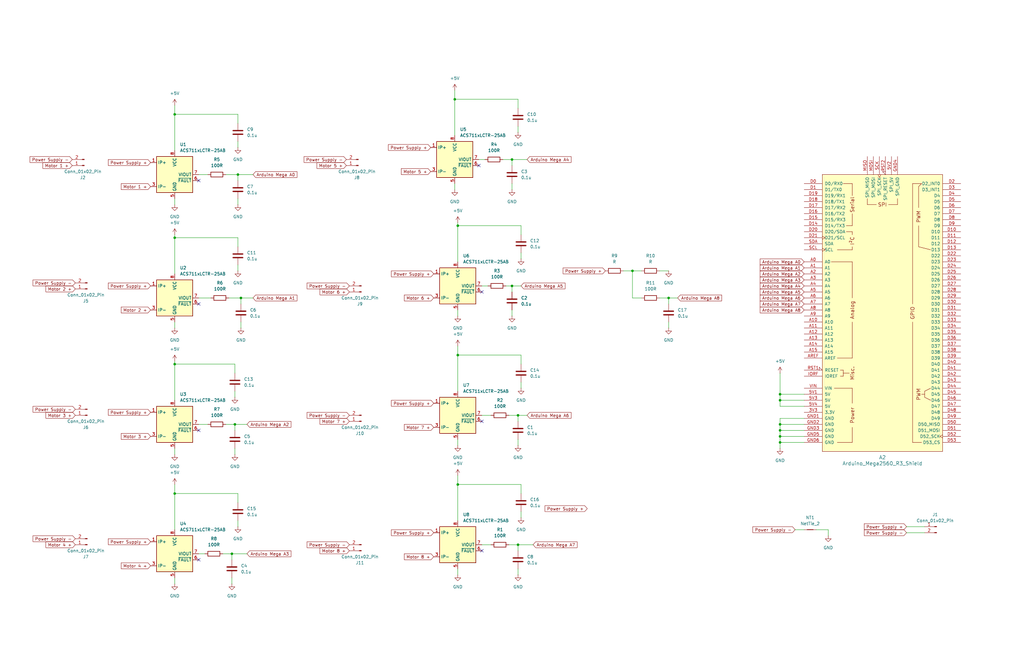
<source format=kicad_sch>
(kicad_sch (version 20231120) (generator "eeschema") (generator_version "8.0")
  (paper "USLedger")
  (lib_symbols
    (symbol "Connector:Conn_01x02_Pin" (pin_names (offset 1.016) hide)
      (property "Reference" "J" (at 0 2.54 0))
      (property "Value" "Conn_01x02_Pin" (at 0 -5.08 0))
      (symbol "Conn_01x02_Pin_1_1"
        (polyline (pts (xy 1.27 -2.54) (xy 0.8636 -2.54)) (stroke (width 0.1524)))
        (polyline (pts (xy 1.27 0) (xy 0.8636 0)) (stroke (width 0.1524)))
        (rectangle (start 0.8636 -2.413) (end 0 -2.667) (stroke (width 0.1524)) (fill (type outline)))
        (rectangle (start 0.8636 0.127) (end 0 -0.127) (stroke (width 0.1524)) (fill (type outline)))
        (pin passive line (at 5.08 0 180) (length 3.81) (name "Pin_1") (number "1"))
        (pin passive line (at 5.08 -2.54 180) (length 3.81) (name "Pin_2") (number "2"))
      )
    )
    (symbol "Device:C" (pin_numbers hide) (pin_names (offset 0.254))
      (property "Reference" "C" (at 0.635 2.54 0))
      (property "Value" "C" (at 0.635 -2.54 0))
      (symbol "C_0_1"
        (polyline (pts (xy -2.032 -0.762) (xy 2.032 -0.762)) (stroke (width 0.508)))
        (polyline (pts (xy -2.032 0.762) (xy 2.032 0.762)) (stroke (width 0.508)))
      )
      (symbol "C_1_1"
        (pin passive line (at 0 3.81 270) (length 2.794) (name "~") (number "1"))
        (pin passive line (at 0 -3.81 90) (length 2.794) (name "~") (number "2"))
      )
    )
    (symbol "Device:NetTie_2" (pin_numbers hide) (pin_names (offset 0) hide) (in_bom no)
      (property "Reference" "NT" (at 0 1.27 0))
      (property "Value" "NetTie_2" (at 0 -1.27 0))
      (symbol "NetTie_2_0_1"
        (polyline (pts (xy -1.27 0) (xy 1.27 0)) (stroke (width 0.254)))
      )
      (symbol "NetTie_2_1_1"
        (pin passive line (at -2.54 0 0) (length 2.54) (name "1") (number "1"))
        (pin passive line (at 2.54 0 180) (length 2.54) (name "2") (number "2"))
      )
    )
    (symbol "Device:R" (pin_numbers hide) (pin_names (offset 0))
      (property "Reference" "R" (at 2.032 0 90))
      (property "Value" "R" (at 0 0 90))
      (symbol "R_0_1"
        (rectangle (start -1.016 -2.54) (end 1.016 2.54) (stroke (width 0.254)))
      )
      (symbol "R_1_1"
        (pin passive line (at 0 3.81 270) (length 1.27) (name "~") (number "1"))
        (pin passive line (at 0 -3.81 90) (length 1.27) (name "~") (number "2"))
      )
    )
    (symbol "Sensor_Current:ACS711xLCTR-25AB"
      (property "Reference" "U" (at 8.89 6.35 0))
      (property "Value" "ACS711xLCTR-25AB" (at 8.89 3.81 0))
      (symbol "ACS711xLCTR-25AB_0_1"
        (rectangle (start -7.62 7.62) (end 7.62 -7.62) (stroke (width 0.254)) (fill (type background)))
      )
      (symbol "ACS711xLCTR-25AB_1_1"
        (pin passive line (at -10.16 5.08 0) (length 2.54) (name "IP+") (number "1"))
        (pin passive line (at -10.16 5.08 0) (length 2.54) hide (name "IP+") (number "2"))
        (pin passive line (at -10.16 -5.08 0) (length 2.54) (name "IP-") (number "3"))
        (pin passive line (at -10.16 -5.08 0) (length 2.54) hide (name "IP-") (number "4"))
        (pin power_in line (at 0 -10.16 90) (length 2.54) (name "GND") (number "5"))
        (pin output line (at 10.16 -2.54 180) (length 2.54) (name "~{FAULT}") (number "6"))
        (pin output line (at 10.16 0 180) (length 2.54) (name "VIOUT") (number "7"))
        (pin power_in line (at 0 10.16 270) (length 2.54) (name "VCC") (number "8"))
      )
    )
    (symbol "arduino-library:Arduino_Mega2560_R3_Shield" (pin_names (offset 1.016))
      (property "Reference" "A" (at 0 -62.23 0))
      (property "Value" "Arduino_Mega2560_R3_Shield" (at 0 -66.04 0))
      (symbol "Arduino_Mega2560_R3_Shield_0_0"
        (rectangle (start -25.4 -58.42) (end 25.4 58.42) (fill (type background)))
        (rectangle (start -20.32 -31.75) (end -12.7 -31.75))
        (rectangle (start -19.05 -54.61) (end -12.7 -54.61))
        (rectangle (start -19.05 -19.05) (end -12.7 -19.05))
        (rectangle (start -19.05 26.67) (end -12.7 26.67))
        (rectangle (start -17.78 -26.67) (end -16.51 -26.67))
        (rectangle (start -17.78 -24.13) (end -16.51 -24.13))
        (rectangle (start -16.51 -25.4) (end -13.97 -25.4))
        (rectangle (start -16.51 -24.13) (end -16.51 -26.67))
        (rectangle (start -16.51 54.61) (end -12.7 54.61))
        (rectangle (start -15.24 34.29) (end -12.7 34.29))
        (rectangle (start -15.24 36.83) (end -12.7 36.83))
        (rectangle (start -12.7 -54.61) (end -12.7 -48.26))
        (rectangle (start -12.7 -31.75) (end -12.7 -38.1))
        (rectangle (start -12.7 26.67) (end -12.7 27.94))
        (rectangle (start -12.7 34.29) (end -12.7 33.02))
        (rectangle (start -12.7 41.91) (end -12.7 36.83))
        (rectangle (start -12.7 49.53) (end -12.7 54.61))
        (rectangle (start -6.35 48.26) (end -6.35 45.72))
        (rectangle (start -2.54 45.72) (end -6.35 45.72))
        (polyline (pts (xy -21.59 21.59) (xy -12.7 21.59)))
        (polyline (pts (xy -12.7 -19.05) (xy -12.7 -3.81)))
        (polyline (pts (xy -12.7 6.35) (xy -12.7 21.59)))
        (polyline (pts (xy 12.7 -54.61) (xy 16.51 -54.61)))
        (polyline (pts (xy 12.7 54.61) (xy 16.51 54.61)))
        (polyline (pts (xy 17.78 -34.29) (xy 16.51 -34.29)))
        (polyline (pts (xy 15.24 36.83) (xy 15.24 27.94) (xy 20.32 26.67)))
        (polyline (pts (xy 15.24 44.45) (xy 15.24 53.34) (xy 16.51 54.61)))
        (polyline (pts (xy 20.32 -31.75) (xy 17.78 -33.02) (xy 17.78 -35.56) (xy 20.32 -36.83)))
        (rectangle (start 6.35 45.72) (end 2.54 45.72))
        (rectangle (start 6.35 48.26) (end 6.35 45.72))
        (text "Analog" (at -12.7 1.27 900) (effects (font (size 1.524 1.524))))
        (text "I²C" (at -12.7 30.48 900) (effects (font (size 1.524 1.524))))
        (text "Misc." (at -12.7 -25.4 900) (effects (font (size 1.524 1.524))))
        (text "Power" (at -12.7 -43.18 900) (effects (font (size 1.524 1.524))))
        (text "PWM" (at 15.24 -34.29 900) (effects (font (size 1.524 1.524))))
        (text "PWM" (at 15.24 40.64 900) (effects (font (size 1.524 1.524))))
        (text "Serial" (at -12.7 45.72 900) (effects (font (size 1.524 1.524))))
        (text "SPI" (at 0 45.72 0) (effects (font (size 1.524 1.524))))
      )
      (symbol "Arduino_Mega2560_R3_Shield_1_0"
        (rectangle (start 12.7 -54.61) (end 12.7 -3.81))
        (rectangle (start 12.7 54.61) (end 12.7 3.81))
        (text "GPIO" (at 12.7 0 900) (effects (font (size 1.524 1.524))))
      )
      (symbol "Arduino_Mega2560_R3_Shield_1_1"
        (pin power_out line (at -33.02 -41.91 0) (length 7.62) (name "3.3V") (number "3V3"))
        (pin power_in line (at -33.02 -34.29 0) (length 7.62) (name "5V") (number "5V1"))
        (pin power_in line (at 3.81 66.04 270) (length 7.62) (name "SPI_5V") (number "5V2"))
        (pin power_in line (at -33.02 -36.83 0) (length 7.62) (name "5V") (number "5V3"))
        (pin power_in line (at -33.02 -39.37 0) (length 7.62) (name "5V") (number "5V4"))
        (pin bidirectional line (at -33.02 21.59 0) (length 7.62) (name "A0") (number "A0"))
        (pin bidirectional line (at -33.02 19.05 0) (length 7.62) (name "A1") (number "A1"))
        (pin bidirectional line (at -33.02 -3.81 0) (length 7.62) (name "A10") (number "A10"))
        (pin bidirectional line (at -33.02 -6.35 0) (length 7.62) (name "A11") (number "A11"))
        (pin bidirectional line (at -33.02 -8.89 0) (length 7.62) (name "A12") (number "A12"))
        (pin bidirectional line (at -33.02 -11.43 0) (length 7.62) (name "A13") (number "A13"))
        (pin bidirectional line (at -33.02 -13.97 0) (length 7.62) (name "A14") (number "A14"))
        (pin bidirectional line (at -33.02 -16.51 0) (length 7.62) (name "A15") (number "A15"))
        (pin bidirectional line (at -33.02 16.51 0) (length 7.62) (name "A2") (number "A2"))
        (pin bidirectional line (at -33.02 13.97 0) (length 7.62) (name "A3") (number "A3"))
        (pin bidirectional line (at -33.02 11.43 0) (length 7.62) (name "A4") (number "A4"))
        (pin bidirectional line (at -33.02 8.89 0) (length 7.62) (name "A5") (number "A5"))
        (pin bidirectional line (at -33.02 6.35 0) (length 7.62) (name "A6") (number "A6"))
        (pin bidirectional line (at -33.02 3.81 0) (length 7.62) (name "A7") (number "A7"))
        (pin bidirectional line (at -33.02 1.27 0) (length 7.62) (name "A8") (number "A8"))
        (pin bidirectional line (at -33.02 -1.27 0) (length 7.62) (name "A9") (number "A9"))
        (pin input line (at -33.02 -19.05 0) (length 7.62) (name "AREF") (number "AREF"))
        (pin bidirectional line (at -33.02 54.61 0) (length 7.62) (name "D0/RX0") (number "D0"))
        (pin bidirectional line (at -33.02 52.07 0) (length 7.62) (name "D1/TX0") (number "D1"))
        (pin bidirectional line (at 33.02 34.29 180) (length 7.62) (name "D10") (number "D10"))
        (pin bidirectional line (at 33.02 31.75 180) (length 7.62) (name "D11") (number "D11"))
        (pin bidirectional line (at 33.02 29.21 180) (length 7.62) (name "D12") (number "D12"))
        (pin bidirectional line (at 33.02 26.67 180) (length 7.62) (name "D13") (number "D13"))
        (pin bidirectional line (at -33.02 36.83 0) (length 7.62) (name "D14/TX3") (number "D14"))
        (pin bidirectional line (at -33.02 39.37 0) (length 7.62) (name "D15/RX3") (number "D15"))
        (pin bidirectional line (at -33.02 41.91 0) (length 7.62) (name "D16/TX2") (number "D16"))
        (pin bidirectional line (at -33.02 44.45 0) (length 7.62) (name "D17/RX2") (number "D17"))
        (pin bidirectional line (at -33.02 46.99 0) (length 7.62) (name "D18/TX1") (number "D18"))
        (pin bidirectional line (at -33.02 49.53 0) (length 7.62) (name "D19/RX1") (number "D19"))
        (pin bidirectional line (at 33.02 54.61 180) (length 7.62) (name "D2_INT0") (number "D2"))
        (pin bidirectional line (at -33.02 34.29 0) (length 7.62) (name "D20/SDA") (number "D20"))
        (pin bidirectional clock (at -33.02 31.75 0) (length 7.62) (name "D21/SCL") (number "D21"))
        (pin bidirectional line (at 33.02 24.13 180) (length 7.62) (name "D22") (number "D22"))
        (pin bidirectional line (at 33.02 21.59 180) (length 7.62) (name "D23") (number "D23"))
        (pin bidirectional line (at 33.02 19.05 180) (length 7.62) (name "D24") (number "D24"))
        (pin bidirectional line (at 33.02 16.51 180) (length 7.62) (name "D25") (number "D25"))
        (pin bidirectional line (at 33.02 13.97 180) (length 7.62) (name "D26") (number "D26"))
        (pin bidirectional line (at 33.02 11.43 180) (length 7.62) (name "D27") (number "D27"))
        (pin bidirectional line (at 33.02 8.89 180) (length 7.62) (name "D28") (number "D28"))
        (pin bidirectional line (at 33.02 6.35 180) (length 7.62) (name "D29") (number "D29"))
        (pin bidirectional line (at 33.02 52.07 180) (length 7.62) (name "D3_INT1") (number "D3"))
        (pin bidirectional line (at 33.02 3.81 180) (length 7.62) (name "D30") (number "D30"))
        (pin bidirectional line (at 33.02 1.27 180) (length 7.62) (name "D31") (number "D31"))
        (pin bidirectional line (at 33.02 -1.27 180) (length 7.62) (name "D32") (number "D32"))
        (pin bidirectional line (at 33.02 -3.81 180) (length 7.62) (name "D33") (number "D33"))
        (pin bidirectional line (at 33.02 -6.35 180) (length 7.62) (name "D34") (number "D34"))
        (pin bidirectional line (at 33.02 -8.89 180) (length 7.62) (name "D35") (number "D35"))
        (pin bidirectional line (at 33.02 -11.43 180) (length 7.62) (name "D36") (number "D36"))
        (pin bidirectional line (at 33.02 -13.97 180) (length 7.62) (name "D37") (number "D37"))
        (pin bidirectional line (at 33.02 -16.51 180) (length 7.62) (name "D38") (number "D38"))
        (pin bidirectional line (at 33.02 -19.05 180) (length 7.62) (name "D39") (number "D39"))
        (pin bidirectional line (at 33.02 49.53 180) (length 7.62) (name "D4") (number "D4"))
        (pin bidirectional line (at 33.02 -21.59 180) (length 7.62) (name "D40") (number "D40"))
        (pin bidirectional line (at 33.02 -24.13 180) (length 7.62) (name "D41") (number "D41"))
        (pin bidirectional line (at 33.02 -26.67 180) (length 7.62) (name "D42") (number "D42"))
        (pin bidirectional line (at 33.02 -29.21 180) (length 7.62) (name "D43") (number "D43"))
        (pin bidirectional line (at 33.02 -31.75 180) (length 7.62) (name "D44") (number "D44"))
        (pin bidirectional line (at 33.02 -34.29 180) (length 7.62) (name "D45") (number "D45"))
        (pin bidirectional line (at 33.02 -36.83 180) (length 7.62) (name "D46") (number "D46"))
        (pin bidirectional line (at 33.02 -39.37 180) (length 7.62) (name "D47") (number "D47"))
        (pin bidirectional line (at 33.02 -41.91 180) (length 7.62) (name "D48") (number "D48"))
        (pin bidirectional line (at 33.02 -44.45 180) (length 7.62) (name "D49") (number "D49"))
        (pin bidirectional line (at 33.02 46.99 180) (length 7.62) (name "D5") (number "D5"))
        (pin bidirectional line (at 33.02 -46.99 180) (length 7.62) (name "D50_MISO") (number "D50"))
        (pin bidirectional line (at 33.02 -49.53 180) (length 7.62) (name "D51_MOSI") (number "D51"))
        (pin bidirectional clock (at 33.02 -52.07 180) (length 7.62) (name "D52_SCK") (number "D52"))
        (pin bidirectional line (at 33.02 -54.61 180) (length 7.62) (name "D53_CS") (number "D53"))
        (pin bidirectional line (at 33.02 44.45 180) (length 7.62) (name "D6") (number "D6"))
        (pin bidirectional line (at 33.02 41.91 180) (length 7.62) (name "D7") (number "D7"))
        (pin bidirectional line (at 33.02 39.37 180) (length 7.62) (name "D8") (number "D8"))
        (pin bidirectional line (at 33.02 36.83 180) (length 7.62) (name "D9") (number "D9"))
        (pin power_in line (at -33.02 -44.45 0) (length 7.62) (name "GND") (number "GND1"))
        (pin power_in line (at -33.02 -46.99 0) (length 7.62) (name "GND") (number "GND2"))
        (pin power_in line (at -33.02 -49.53 0) (length 7.62) (name "GND") (number "GND3"))
        (pin power_in line (at 6.35 66.04 270) (length 7.62) (name "SPI_GND") (number "GND4"))
        (pin power_in line (at -33.02 -52.07 0) (length 7.62) (name "GND") (number "GND5"))
        (pin power_in line (at -33.02 -54.61 0) (length 7.62) (name "GND") (number "GND6"))
        (pin output line (at -33.02 -26.67 0) (length 7.62) (name "IOREF") (number "IORF"))
        (pin input line (at -6.35 66.04 270) (length 7.62) (name "SPI_MISO") (number "MISO"))
        (pin output line (at -3.81 66.04 270) (length 7.62) (name "SPI_MOSI") (number "MOSI"))
        (pin open_collector input_low (at -33.02 -24.13 0) (length 7.62) (name "RESET") (number "RST1"))
        (pin open_collector input_low (at 1.27 66.04 270) (length 7.62) (name "SPI_RESET") (number "RST2"))
        (pin output clock (at -1.27 66.04 270) (length 7.62) (name "SPI_SCK") (number "SCK"))
        (pin bidirectional clock (at -33.02 26.67 0) (length 7.62) (name "SCL") (number "SCL"))
        (pin bidirectional line (at -33.02 29.21 0) (length 7.62) (name "SDA") (number "SDA"))
        (pin power_in line (at -33.02 -31.75 0) (length 7.62) (name "VIN") (number "VIN"))
      )
    )
    (symbol "power:+5V" (power) (pin_numbers hide) (pin_names (offset 0) hide)
      (property "Value" "+5V" (at 0 3.556 0))
      (symbol "+5V_0_1"
        (polyline (pts (xy -0.762 1.27) (xy 0 2.54)))
        (polyline (pts (xy 0 0) (xy 0 2.54)))
        (polyline (pts (xy 0 2.54) (xy 0.762 1.27)))
      )
      (symbol "+5V_1_1"
        (pin power_in line (at 0 0 90) (length 0) (name "~") (number "1"))
      )
    )
    (symbol "power:GND" (power) (pin_numbers hide) (pin_names (offset 0) hide)
      (property "Value" "GND" (at 0 -3.81 0))
      (symbol "GND_0_1"
        (polyline (pts (xy 0 0) (xy 0 -1.27) (xy 1.27 -1.27) (xy 0 -2.54) (xy -1.27 -1.27) (xy 0 -1.27)))
      )
      (symbol "GND_1_1"
        (pin power_in line (at 0 0 270) (length 0) (name "~") (number "1"))
      )
    )
  )
  (junction (at 73.66 208.28))
  (junction (at 100.33 73.66))
  (junction (at 73.66 153.67))
  (junction (at 73.66 48.26))
  (junction (at 101.6 125.73))
  (junction (at 328.93 186.69))
  (junction (at 99.06 179.07))
  (junction (at 266.7 114.3))
  (junction (at 73.66 100.33))
  (junction (at 328.93 181.61))
  (junction (at 215.9 67.31))
  (junction (at 193.04 149.86))
  (junction (at 215.9 120.65))
  (junction (at 193.04 95.25))
  (junction (at 328.93 168.91))
  (junction (at 328.93 184.15))
  (junction (at 281.94 125.73))
  (junction (at 97.79 233.68))
  (junction (at 193.04 204.47))
  (junction (at 191.77 41.91))
  (junction (at 218.44 175.26))
  (junction (at 328.93 179.07))
  (junction (at 218.44 229.87))
  (junction (at 328.93 166.37))
  (no_connect (at 203.2 123.19))
  (no_connect (at 203.2 232.41))
  (no_connect (at 83.82 128.27))
  (no_connect (at 83.82 181.61))
  (no_connect (at 201.93 69.85))
  (no_connect (at 83.82 76.2))
  (no_connect (at 83.82 236.22))
  (no_connect (at 203.2 177.8))
  (wire (pts (xy 219.71 99.06) (xy 219.71 95.25)))
  (wire (pts (xy 73.66 208.28) (xy 73.66 223.52)))
  (wire (pts (xy 219.71 149.86) (xy 193.04 149.86)))
  (wire (pts (xy 191.77 38.1) (xy 191.77 41.91)))
  (wire (pts (xy 224.79 229.87) (xy 218.44 229.87)))
  (wire (pts (xy 219.71 215.9) (xy 219.71 218.44)))
  (wire (pts (xy 73.66 189.23) (xy 73.66 191.77)))
  (wire (pts (xy 100.33 104.14) (xy 100.33 100.33)))
  (wire (pts (xy 215.9 77.47) (xy 215.9 80.01)))
  (wire (pts (xy 203.2 120.65) (xy 205.74 120.65)))
  (wire (pts (xy 389.89 224.79) (xy 382.27 224.79)))
  (wire (pts (xy 99.06 165.1) (xy 99.06 167.64)))
  (wire (pts (xy 73.66 83.82) (xy 73.66 86.36)))
  (wire (pts (xy 218.44 175.26) (xy 222.25 175.26)))
  (wire (pts (xy 83.82 233.68) (xy 86.36 233.68)))
  (wire (pts (xy 73.66 153.67) (xy 73.66 168.91)))
  (wire (pts (xy 266.7 114.3) (xy 270.51 114.3)))
  (wire (pts (xy 97.79 243.84) (xy 97.79 246.38)))
  (wire (pts (xy 100.33 100.33) (xy 73.66 100.33)))
  (wire (pts (xy 281.94 135.89) (xy 281.94 138.43)))
  (wire (pts (xy 191.77 41.91) (xy 191.77 57.15)))
  (wire (pts (xy 266.7 125.73) (xy 266.7 114.3)))
  (wire (pts (xy 73.66 48.26) (xy 73.66 63.5)))
  (wire (pts (xy 219.71 95.25) (xy 193.04 95.25)))
  (wire (pts (xy 218.44 177.8) (xy 218.44 175.26)))
  (wire (pts (xy 73.66 135.89) (xy 73.66 138.43)))
  (wire (pts (xy 207.01 229.87) (xy 203.2 229.87)))
  (wire (pts (xy 203.2 175.26) (xy 207.01 175.26)))
  (wire (pts (xy 193.04 130.81) (xy 193.04 133.35)))
  (wire (pts (xy 214.63 175.26) (xy 218.44 175.26)))
  (wire (pts (xy 328.93 184.15) (xy 339.09 184.15)))
  (wire (pts (xy 389.89 222.25) (xy 382.27 222.25)))
  (wire (pts (xy 193.04 93.98) (xy 193.04 95.25)))
  (wire (pts (xy 100.33 111.76) (xy 100.33 114.3)))
  (wire (pts (xy 106.68 125.73) (xy 101.6 125.73)))
  (wire (pts (xy 100.33 52.07) (xy 100.33 48.26)))
  (wire (pts (xy 193.04 240.03) (xy 193.04 242.57)))
  (wire (pts (xy 270.51 125.73) (xy 266.7 125.73)))
  (wire (pts (xy 73.66 204.47) (xy 73.66 208.28)))
  (wire (pts (xy 219.71 161.29) (xy 219.71 163.83)))
  (wire (pts (xy 96.52 125.73) (xy 101.6 125.73)))
  (wire (pts (xy 193.04 95.25) (xy 193.04 110.49)))
  (wire (pts (xy 73.66 100.33) (xy 73.66 115.57)))
  (wire (pts (xy 100.33 48.26) (xy 73.66 48.26)))
  (wire (pts (xy 349.25 223.52) (xy 349.25 226.06)))
  (wire (pts (xy 201.93 67.31) (xy 204.47 67.31)))
  (wire (pts (xy 99.06 189.23) (xy 99.06 191.77)))
  (wire (pts (xy 191.77 41.91) (xy 218.44 41.91)))
  (wire (pts (xy 328.93 179.07) (xy 328.93 181.61)))
  (wire (pts (xy 328.93 171.45) (xy 339.09 171.45)))
  (wire (pts (xy 73.66 44.45) (xy 73.66 48.26)))
  (wire (pts (xy 219.71 208.28) (xy 219.71 204.47)))
  (wire (pts (xy 193.04 146.05) (xy 193.04 149.86)))
  (wire (pts (xy 73.66 152.4) (xy 73.66 153.67)))
  (wire (pts (xy 193.04 204.47) (xy 193.04 219.71)))
  (wire (pts (xy 215.9 130.81) (xy 215.9 133.35)))
  (wire (pts (xy 212.09 67.31) (xy 215.9 67.31)))
  (wire (pts (xy 328.93 181.61) (xy 339.09 181.61)))
  (wire (pts (xy 73.66 99.06) (xy 73.66 100.33)))
  (wire (pts (xy 99.06 157.48) (xy 99.06 153.67)))
  (wire (pts (xy 278.13 114.3) (xy 281.94 114.3)))
  (wire (pts (xy 93.98 233.68) (xy 97.79 233.68)))
  (wire (pts (xy 104.14 233.68) (xy 97.79 233.68)))
  (wire (pts (xy 213.36 120.65) (xy 215.9 120.65)))
  (wire (pts (xy 101.6 128.27) (xy 101.6 125.73)))
  (wire (pts (xy 73.66 243.84) (xy 73.66 246.38)))
  (wire (pts (xy 218.44 185.42) (xy 218.44 187.96)))
  (wire (pts (xy 218.44 45.72) (xy 218.44 41.91)))
  (wire (pts (xy 328.93 184.15) (xy 328.93 186.69)))
  (wire (pts (xy 328.93 157.48) (xy 328.93 166.37)))
  (wire (pts (xy 214.63 229.87) (xy 218.44 229.87)))
  (wire (pts (xy 99.06 153.67) (xy 73.66 153.67)))
  (wire (pts (xy 95.25 73.66) (xy 100.33 73.66)))
  (wire (pts (xy 95.25 179.07) (xy 99.06 179.07)))
  (wire (pts (xy 349.25 223.52) (xy 344.17 223.52)))
  (wire (pts (xy 222.25 67.31) (xy 215.9 67.31)))
  (wire (pts (xy 106.68 73.66) (xy 100.33 73.66)))
  (wire (pts (xy 328.93 186.69) (xy 339.09 186.69)))
  (wire (pts (xy 100.33 219.71) (xy 100.33 222.25)))
  (wire (pts (xy 215.9 69.85) (xy 215.9 67.31)))
  (wire (pts (xy 218.44 240.03) (xy 218.44 242.57)))
  (wire (pts (xy 83.82 125.73) (xy 88.9 125.73)))
  (wire (pts (xy 219.71 106.68) (xy 219.71 109.22)))
  (wire (pts (xy 218.44 53.34) (xy 218.44 55.88)))
  (wire (pts (xy 219.71 120.65) (xy 215.9 120.65)))
  (wire (pts (xy 101.6 135.89) (xy 101.6 138.43)))
  (wire (pts (xy 328.93 181.61) (xy 328.93 184.15)))
  (wire (pts (xy 281.94 125.73) (xy 285.75 125.73)))
  (wire (pts (xy 191.77 77.47) (xy 191.77 80.01)))
  (wire (pts (xy 100.33 59.69) (xy 100.33 62.23)))
  (wire (pts (xy 335.28 223.52) (xy 339.09 223.52)))
  (wire (pts (xy 193.04 149.86) (xy 193.04 165.1)))
  (wire (pts (xy 193.04 185.42) (xy 193.04 187.96)))
  (wire (pts (xy 193.04 200.66) (xy 193.04 204.47)))
  (wire (pts (xy 281.94 128.27) (xy 281.94 125.73)))
  (wire (pts (xy 215.9 123.19) (xy 215.9 120.65)))
  (wire (pts (xy 219.71 204.47) (xy 193.04 204.47)))
  (wire (pts (xy 100.33 76.2) (xy 100.33 73.66)))
  (wire (pts (xy 328.93 176.53) (xy 339.09 176.53)))
  (wire (pts (xy 328.93 168.91) (xy 339.09 168.91)))
  (wire (pts (xy 278.13 125.73) (xy 281.94 125.73)))
  (wire (pts (xy 99.06 181.61) (xy 99.06 179.07)))
  (wire (pts (xy 83.82 179.07) (xy 87.63 179.07)))
  (wire (pts (xy 328.93 168.91) (xy 328.93 171.45)))
  (wire (pts (xy 328.93 176.53) (xy 328.93 179.07)))
  (wire (pts (xy 218.44 232.41) (xy 218.44 229.87)))
  (wire (pts (xy 328.93 166.37) (xy 328.93 168.91)))
  (wire (pts (xy 219.71 153.67) (xy 219.71 149.86)))
  (wire (pts (xy 100.33 83.82) (xy 100.33 86.36)))
  (wire (pts (xy 104.14 179.07) (xy 99.06 179.07)))
  (wire (pts (xy 97.79 236.22) (xy 97.79 233.68)))
  (wire (pts (xy 328.93 186.69) (xy 328.93 189.23)))
  (wire (pts (xy 100.33 212.09) (xy 100.33 208.28)))
  (wire (pts (xy 83.82 73.66) (xy 87.63 73.66)))
  (wire (pts (xy 328.93 179.07) (xy 339.09 179.07)))
  (wire (pts (xy 262.89 114.3) (xy 266.7 114.3)))
  (wire (pts (xy 100.33 208.28) (xy 73.66 208.28)))
  (wire (pts (xy 328.93 166.37) (xy 339.09 166.37)))
  (global_label "Motor 6 +" (shape input) (at 182.88 125.73 180) (property "Intersheetrefs" "${INTERSHEET_REFS}" (effects (hide yes))))
  (global_label "Arduino Mega A3" (shape input) (at 104.14 233.68 0) (property "Intersheetrefs" "${INTERSHEET_REFS}" (effects (hide yes))))
  (global_label "Power Supply -" (shape input) (at 382.27 224.79 180) (property "Intersheetrefs" "${INTERSHEET_REFS}" (effects (hide yes))))
  (global_label "Arduino Mega A7" (shape input) (at 224.79 229.87 0) (property "Intersheetrefs" "${INTERSHEET_REFS}" (effects (hide yes))))
  (global_label "Power Supply +" (shape input) (at 247.65 214.63 180) (property "Intersheetrefs" "${INTERSHEET_REFS}" (effects (hide yes))))
  (global_label "Arduino Mega A1" (shape input) (at 339.09 113.03 180) (property "Intersheetrefs" "${INTERSHEET_REFS}" (effects (hide yes))))
  (global_label "Motor 5 +" (shape input) (at 146.05 69.85 180) (property "Intersheetrefs" "${INTERSHEET_REFS}" (effects (hide yes))))
  (global_label "Arduino Mega A6" (shape input) (at 339.09 125.73 180) (property "Intersheetrefs" "${INTERSHEET_REFS}" (effects (hide yes))))
  (global_label "Power Supply -" (shape input) (at 31.75 172.72 180) (property "Intersheetrefs" "${INTERSHEET_REFS}" (effects (hide yes))))
  (global_label "Arduino Mega A8" (shape input) (at 285.75 125.73 0) (property "Intersheetrefs" "${INTERSHEET_REFS}" (effects (hide yes))))
  (global_label "Power Supply +" (shape input) (at 181.61 62.23 180) (property "Intersheetrefs" "${INTERSHEET_REFS}" (effects (hide yes))))
  (global_label "Arduino Mega A5" (shape input) (at 219.71 120.65 0) (property "Intersheetrefs" "${INTERSHEET_REFS}" (effects (hide yes))))
  (global_label "Arduino Mega A0" (shape input) (at 106.68 73.66 0) (property "Intersheetrefs" "${INTERSHEET_REFS}" (effects (hide yes))))
  (global_label "Arduino Mega A2" (shape input) (at 339.09 115.57 180) (property "Intersheetrefs" "${INTERSHEET_REFS}" (effects (hide yes))))
  (global_label "Power Supply -" (shape input) (at 335.28 223.52 180) (property "Intersheetrefs" "${INTERSHEET_REFS}" (effects (hide yes))))
  (global_label "Power Supply +" (shape input) (at 63.5 228.6 180) (property "Intersheetrefs" "${INTERSHEET_REFS}" (effects (hide yes))))
  (global_label "Power Supply +" (shape input) (at 63.5 173.99 180) (property "Intersheetrefs" "${INTERSHEET_REFS}" (effects (hide yes))))
  (global_label "Power Supply -" (shape input) (at 147.32 229.87 180) (property "Intersheetrefs" "${INTERSHEET_REFS}" (effects (hide yes))))
  (global_label "Arduino Mega A2" (shape input) (at 104.14 179.07 0) (property "Intersheetrefs" "${INTERSHEET_REFS}" (effects (hide yes))))
  (global_label "Motor 3 +" (shape input) (at 63.5 184.15 180) (property "Intersheetrefs" "${INTERSHEET_REFS}" (effects (hide yes))))
  (global_label "Arduino Mega A4" (shape input) (at 339.09 120.65 180) (property "Intersheetrefs" "${INTERSHEET_REFS}" (effects (hide yes))))
  (global_label "Arduino Mega A8" (shape input) (at 339.09 130.81 180) (property "Intersheetrefs" "${INTERSHEET_REFS}" (effects (hide yes))))
  (global_label "Power Supply -" (shape input) (at 31.75 227.33 180) (property "Intersheetrefs" "${INTERSHEET_REFS}" (effects (hide yes))))
  (global_label "Power Supply +" (shape input) (at 255.27 114.3 180) (property "Intersheetrefs" "${INTERSHEET_REFS}" (effects (hide yes))))
  (global_label "Power Supply -" (shape input) (at 146.05 67.31 180) (property "Intersheetrefs" "${INTERSHEET_REFS}" (effects (hide yes))))
  (global_label "Power Supply +" (shape input) (at 63.5 68.58 180) (property "Intersheetrefs" "${INTERSHEET_REFS}" (effects (hide yes))))
  (global_label "Power Supply +" (shape input) (at 182.88 170.18 180) (property "Intersheetrefs" "${INTERSHEET_REFS}" (effects (hide yes))))
  (global_label "Power Supply +" (shape input) (at 182.88 224.79 180) (property "Intersheetrefs" "${INTERSHEET_REFS}" (effects (hide yes))))
  (global_label "Power Supply -" (shape input) (at 147.32 120.65 180) (property "Intersheetrefs" "${INTERSHEET_REFS}" (effects (hide yes))))
  (global_label "Motor 4 +" (shape input) (at 31.75 229.87 180) (property "Intersheetrefs" "${INTERSHEET_REFS}" (effects (hide yes))))
  (global_label "Motor 2 +" (shape input) (at 63.5 130.81 180) (property "Intersheetrefs" "${INTERSHEET_REFS}" (effects (hide yes))))
  (global_label "Arduino Mega A3" (shape input) (at 339.09 118.11 180) (property "Intersheetrefs" "${INTERSHEET_REFS}" (effects (hide yes))))
  (global_label "Arduino Mega A1" (shape input) (at 106.68 125.73 0) (property "Intersheetrefs" "${INTERSHEET_REFS}" (effects (hide yes))))
  (global_label "Motor 1 +" (shape input) (at 63.5 78.74 180) (property "Intersheetrefs" "${INTERSHEET_REFS}" (effects (hide yes))))
  (global_label "Arduino Mega A6" (shape input) (at 222.25 175.26 0) (property "Intersheetrefs" "${INTERSHEET_REFS}" (effects (hide yes))))
  (global_label "Arduino Mega A7" (shape input) (at 339.09 128.27 180) (property "Intersheetrefs" "${INTERSHEET_REFS}" (effects (hide yes))))
  (global_label "Motor 2 +" (shape input) (at 31.75 121.92 180) (property "Intersheetrefs" "${INTERSHEET_REFS}" (effects (hide yes))))
  (global_label "Motor 8 +" (shape input) (at 147.32 232.41 180) (property "Intersheetrefs" "${INTERSHEET_REFS}" (effects (hide yes))))
  (global_label "Arduino Mega A0" (shape input) (at 339.09 110.49 180) (property "Intersheetrefs" "${INTERSHEET_REFS}" (effects (hide yes))))
  (global_label "Motor 5 +" (shape input) (at 181.61 72.39 180) (property "Intersheetrefs" "${INTERSHEET_REFS}" (effects (hide yes))))
  (global_label "Power Supply -" (shape input) (at 30.48 67.31 180) (property "Intersheetrefs" "${INTERSHEET_REFS}" (effects (hide yes))))
  (global_label "Arduino Mega A5" (shape input) (at 339.09 123.19 180) (property "Intersheetrefs" "${INTERSHEET_REFS}" (effects (hide yes))))
  (global_label "Power Supply -" (shape input) (at 147.32 175.26 180) (property "Intersheetrefs" "${INTERSHEET_REFS}" (effects (hide yes))))
  (global_label "Motor 7 +" (shape input) (at 147.32 177.8 180) (property "Intersheetrefs" "${INTERSHEET_REFS}" (effects (hide yes))))
  (global_label "Motor 4 +" (shape input) (at 63.5 238.76 180) (property "Intersheetrefs" "${INTERSHEET_REFS}" (effects (hide yes))))
  (global_label "Motor 1 +" (shape input) (at 30.48 69.85 180) (property "Intersheetrefs" "${INTERSHEET_REFS}" (effects (hide yes))))
  (global_label "Motor 7 +" (shape input) (at 182.88 180.34 180) (property "Intersheetrefs" "${INTERSHEET_REFS}" (effects (hide yes))))
  (global_label "Motor 8 +" (shape input) (at 182.88 234.95 180) (property "Intersheetrefs" "${INTERSHEET_REFS}" (effects (hide yes))))
  (global_label "Power Supply +" (shape input) (at 382.27 222.25 180) (property "Intersheetrefs" "${INTERSHEET_REFS}" (effects (hide yes))))
  (global_label "Motor 3 +" (shape input) (at 31.75 175.26 180) (property "Intersheetrefs" "${INTERSHEET_REFS}" (effects (hide yes))))
  (global_label "Power Supply +" (shape input) (at 182.88 115.57 180) (property "Intersheetrefs" "${INTERSHEET_REFS}" (effects (hide yes))))
  (global_label "Power Supply -" (shape input) (at 31.75 119.38 180) (property "Intersheetrefs" "${INTERSHEET_REFS}" (effects (hide yes))))
  (global_label "Arduino Mega A4" (shape input) (at 222.25 67.31 0) (property "Intersheetrefs" "${INTERSHEET_REFS}" (effects (hide yes))))
  (global_label "Power Supply +" (shape input) (at 63.5 120.65 180) (property "Intersheetrefs" "${INTERSHEET_REFS}" (effects (hide yes))))
  (global_label "Motor 6 +" (shape input) (at 147.32 123.19 180) (property "Intersheetrefs" "${INTERSHEET_REFS}" (effects (hide yes))))
  (symbol (lib_id "Device:R") (at 209.55 120.65 90) (unit 1)
    (property "Reference" "R3" (at 209.55 114.3 90))
    (property "Value" "100R" (at 209.55 116.84 90))
    (property "Footprint" "Resistor_SMD:R_0603_1608Metric" (effects (hide yes)))
    (property "Description" "Resistor" (effects (hide yes)))
  )
  (symbol (lib_id "power:GND") (at 100.33 222.25 0) (unit 1)
    (property "Reference" "#PWR034" (effects (hide yes)))
    (property "Value" "GND" (at 100.33 227.33 0))
    (property "Description" "Power symbol creates a global label with name \"GND\" , ground" (effects (hide yes)))
  )
  (symbol (lib_id "power:GND") (at 97.79 246.38 0) (unit 1)
    (property "Reference" "#PWR012" (effects (hide yes)))
    (property "Value" "GND" (at 97.79 251.46 0))
    (property "Description" "Power symbol creates a global label with name \"GND\" , ground" (effects (hide yes)))
  )
  (symbol (lib_id "power:GND") (at 219.71 218.44 0) (unit 1)
    (property "Reference" "#PWR035" (effects (hide yes)))
    (property "Value" "GND" (at 219.71 223.52 0))
    (property "Description" "Power symbol creates a global label with name \"GND\" , ground" (effects (hide yes)))
  )
  (symbol (lib_id "power:GND") (at 219.71 109.22 0) (unit 1)
    (property "Reference" "#PWR031" (effects (hide yes)))
    (property "Value" "GND" (at 219.71 114.3 0))
    (property "Description" "Power symbol creates a global label with name \"GND\" , ground" (effects (hide yes)))
  )
  (symbol (lib_id "power:GND") (at 100.33 114.3 0) (unit 1)
    (property "Reference" "#PWR030" (effects (hide yes)))
    (property "Value" "GND" (at 100.33 119.38 0))
    (property "Description" "Power symbol creates a global label with name \"GND\" , ground" (effects (hide yes)))
  )
  (symbol (lib_id "power:GND") (at 73.66 191.77 0) (unit 1)
    (property "Reference" "#PWR03" (effects (hide yes)))
    (property "Value" "GND" (at 73.66 196.85 0))
    (property "Description" "Power symbol creates a global label with name \"GND\" , ground" (effects (hide yes)))
  )
  (symbol (lib_id "power:+5V") (at 73.66 204.47 0) (unit 1)
    (property "Reference" "#PWR017" (effects (hide yes)))
    (property "Value" "+5V" (at 73.66 199.39 0))
    (property "Description" "Power symbol creates a global label with name \"+5V\"" (effects (hide yes)))
  )
  (symbol (lib_id "Device:R") (at 259.08 114.3 90) (unit 1)
    (property "Reference" "R9" (at 259.08 107.95 90))
    (property "Value" "R" (at 259.08 110.49 90))
    (property "Footprint" "Resistor_THT:R_Axial_DIN0309_L9.0mm_D3.2mm_P12.70mm_Horizontal" (effects (hide yes)))
    (property "Description" "Resistor" (effects (hide yes)))
  )
  (symbol (lib_id "Device:R") (at 90.17 233.68 90) (unit 1)
    (property "Reference" "R8" (at 90.17 227.33 90))
    (property "Value" "100R" (at 90.17 229.87 90))
    (property "Footprint" "Resistor_SMD:R_0603_1608Metric" (effects (hide yes)))
    (property "Description" "Resistor" (effects (hide yes)))
  )
  (symbol (lib_id "power:GND") (at 328.93 189.23 0) (unit 1)
    (property "Reference" "#PWR026" (effects (hide yes)))
    (property "Value" "GND" (at 328.93 194.31 0))
    (property "Description" "Power symbol creates a global label with name \"GND\" , ground" (effects (hide yes)))
  )
  (symbol (lib_id "Connector:Conn_01x02_Pin") (at 152.4 177.8 180) (unit 1)
    (property "Reference" "J10" (at 151.765 182.88 0))
    (property "Value" "Conn_01x02_Pin" (at 151.765 180.34 0))
    (property "Footprint" "Connector_AMASS:AMASS_XT60-M_1x02_P7.20mm_Vertical" (effects (hide yes)))
    (property "Description" "Generic connector, single row, 01x02, script generated" (effects (hide yes)))
  )
  (symbol (lib_id "Sensor_Current:ACS711xLCTR-25AB") (at 73.66 179.07 0) (unit 1)
    (property "Reference" "U3" (at 75.8541 166.37 0) (effects (justify left)))
    (property "Value" "ACS711xLCTR-25AB" (at 75.8541 168.91 0) (effects (justify left)))
    (property "Footprint" "Package_SO:SOIC-8_3.9x4.9mm_P1.27mm" (effects (hide yes)))
    (property "Datasheet" "http://www.allegromicro.com/~/Media/Files/Datasheets/ACS711-Datasheet.ashx" (effects (hide yes)))
    (property "Description" "±25A, Bidirectional, Hall-Effect Current Sensor, +3.3V supply, 55mV/A, SOIC-8" (effects (hide yes)))
  )
  (symbol (lib_id "Device:C") (at 219.71 102.87 0) (unit 1)
    (property "Reference" "C12" (at 223.52 101.5999 0) (effects (justify left)))
    (property "Value" "0.1u" (at 223.52 104.1399 0) (effects (justify left)))
    (property "Footprint" "Capacitor_SMD:C_0603_1608Metric" (effects (hide yes)))
    (property "Description" "Unpolarized capacitor" (effects (hide yes)))
  )
  (symbol (lib_id "power:GND") (at 193.04 133.35 0) (unit 1)
    (property "Reference" "#PWR08" (effects (hide yes)))
    (property "Value" "GND" (at 193.04 138.43 0))
    (property "Description" "Power symbol creates a global label with name \"GND\" , ground" (effects (hide yes)))
  )
  (symbol (lib_id "Device:C") (at 219.71 212.09 0) (unit 1)
    (property "Reference" "C16" (at 223.52 210.8199 0) (effects (justify left)))
    (property "Value" "0.1u" (at 223.52 213.3599 0) (effects (justify left)))
    (property "Footprint" "Capacitor_SMD:C_0603_1608Metric" (effects (hide yes)))
    (property "Description" "Unpolarized capacitor" (effects (hide yes)))
  )
  (symbol (lib_id "power:+5V") (at 193.04 200.66 0) (unit 1)
    (property "Reference" "#PWR024" (effects (hide yes)))
    (property "Value" "+5V" (at 193.04 195.58 0))
    (property "Description" "Power symbol creates a global label with name \"+5V\"" (effects (hide yes)))
  )
  (symbol (lib_id "power:+5V") (at 73.66 44.45 0) (unit 1)
    (property "Reference" "#PWR020" (effects (hide yes)))
    (property "Value" "+5V" (at 73.66 39.37 0))
    (property "Description" "Power symbol creates a global label with name \"+5V\"" (effects (hide yes)))
  )
  (symbol (lib_id "Device:C") (at 100.33 107.95 0) (unit 1)
    (property "Reference" "C11" (at 104.14 106.6799 0) (effects (justify left)))
    (property "Value" "0.1u" (at 104.14 109.2199 0) (effects (justify left)))
    (property "Footprint" "Capacitor_SMD:C_0603_1608Metric" (effects (hide yes)))
    (property "Description" "Unpolarized capacitor" (effects (hide yes)))
  )
  (symbol (lib_id "power:+5V") (at 73.66 99.06 0) (unit 1)
    (property "Reference" "#PWR019" (effects (hide yes)))
    (property "Value" "+5V" (at 73.66 93.98 0))
    (property "Description" "Power symbol creates a global label with name \"+5V\"" (effects (hide yes)))
  )
  (symbol (lib_id "Sensor_Current:ACS711xLCTR-25AB") (at 193.04 175.26 0) (unit 1)
    (property "Reference" "U7" (at 195.2341 162.56 0) (effects (justify left)))
    (property "Value" "ACS711xLCTR-25AB" (at 195.2341 165.1 0) (effects (justify left)))
    (property "Footprint" "Package_SO:SOIC-8_3.9x4.9mm_P1.27mm" (effects (hide yes)))
    (property "Datasheet" "http://www.allegromicro.com/~/Media/Files/Datasheets/ACS711-Datasheet.ashx" (effects (hide yes)))
    (property "Description" "±25A, Bidirectional, Hall-Effect Current Sensor, +3.3V supply, 55mV/A, SOIC-8" (effects (hide yes)))
  )
  (symbol (lib_id "power:GND") (at 218.44 55.88 0) (unit 1)
    (property "Reference" "#PWR029" (effects (hide yes)))
    (property "Value" "GND" (at 218.44 60.96 0))
    (property "Description" "Power symbol creates a global label with name \"GND\" , ground" (effects (hide yes)))
  )
  (symbol (lib_id "Sensor_Current:ACS711xLCTR-25AB") (at 73.66 73.66 0) (unit 1)
    (property "Reference" "U1" (at 75.8541 60.96 0) (effects (justify left)))
    (property "Value" "ACS711xLCTR-25AB" (at 75.8541 63.5 0) (effects (justify left)))
    (property "Footprint" "Package_SO:SOIC-8_3.9x4.9mm_P1.27mm" (effects (hide yes)))
    (property "Datasheet" "http://www.allegromicro.com/~/Media/Files/Datasheets/ACS711-Datasheet.ashx" (effects (hide yes)))
    (property "Description" "±25A, Bidirectional, Hall-Effect Current Sensor, +3.3V supply, 55mV/A, SOIC-8" (effects (hide yes)))
  )
  (symbol (lib_id "power:GND") (at 73.66 246.38 0) (unit 1)
    (property "Reference" "#PWR04" (effects (hide yes)))
    (property "Value" "GND" (at 73.66 251.46 0))
    (property "Description" "Power symbol creates a global label with name \"GND\" , ground" (effects (hide yes)))
  )
  (symbol (lib_id "Connector:Conn_01x02_Pin") (at 151.13 69.85 180) (unit 1)
    (property "Reference" "J8" (at 150.495 74.93 0))
    (property "Value" "Conn_01x02_Pin" (at 150.495 72.39 0))
    (property "Footprint" "Connector_AMASS:AMASS_XT60-M_1x02_P7.20mm_Vertical" (effects (hide yes)))
    (property "Description" "Generic connector, single row, 01x02, script generated" (effects (hide yes)))
  )
  (symbol (lib_id "Connector:Conn_01x02_Pin") (at 36.83 121.92 180) (unit 1)
    (property "Reference" "J5" (at 36.195 127 0))
    (property "Value" "Conn_01x02_Pin" (at 36.195 124.46 0))
    (property "Footprint" "Connector_AMASS:AMASS_XT60-M_1x02_P7.20mm_Vertical" (effects (hide yes)))
    (property "Description" "Generic connector, single row, 01x02, script generated" (effects (hide yes)))
  )
  (symbol (lib_id "Device:R") (at 274.32 125.73 90) (unit 1)
    (property "Reference" "R11" (at 274.32 119.38 90))
    (property "Value" "100R" (at 274.32 121.92 90))
    (property "Footprint" "Resistor_SMD:R_0603_1608Metric" (effects (hide yes)))
    (property "Description" "Resistor" (effects (hide yes)))
  )
  (symbol (lib_id "power:GND") (at 215.9 80.01 0) (unit 1)
    (property "Reference" "#PWR011" (effects (hide yes)))
    (property "Value" "GND" (at 215.9 85.09 0))
    (property "Description" "Power symbol creates a global label with name \"GND\" , ground" (effects (hide yes)))
  )
  (symbol (lib_id "Device:NetTie_2") (at 341.63 223.52 0) (unit 1) (in_bom no)
    (property "Reference" "NT1" (at 341.63 218.44 0))
    (property "Value" "NetTie_2" (at 341.63 220.98 0))
    (property "Footprint" "NetTie:NetTie-2_SMD_Pad0.5mm" (effects (hide yes)))
    (property "Description" "Net tie, 2 pins" (effects (hide yes)))
  )
  (symbol (lib_id "Sensor_Current:ACS711xLCTR-25AB") (at 193.04 120.65 0) (unit 1)
    (property "Reference" "U6" (at 195.2341 107.95 0) (effects (justify left)))
    (property "Value" "ACS711xLCTR-25AB" (at 195.2341 110.49 0) (effects (justify left)))
    (property "Footprint" "Package_SO:SOIC-8_3.9x4.9mm_P1.27mm" (effects (hide yes)))
    (property "Datasheet" "http://www.allegromicro.com/~/Media/Files/Datasheets/ACS711-Datasheet.ashx" (effects (hide yes)))
    (property "Description" "±25A, Bidirectional, Hall-Effect Current Sensor, +3.3V supply, 55mV/A, SOIC-8" (effects (hide yes)))
  )
  (symbol (lib_id "power:GND") (at 100.33 62.23 0) (unit 1)
    (property "Reference" "#PWR028" (effects (hide yes)))
    (property "Value" "GND" (at 100.33 67.31 0))
    (property "Description" "Power symbol creates a global label with name \"GND\" , ground" (effects (hide yes)))
  )
  (symbol (lib_id "Device:C") (at 218.44 181.61 0) (unit 1)
    (property "Reference" "C1" (at 222.25 180.3399 0) (effects (justify left)))
    (property "Value" "0.1u" (at 222.25 182.8799 0) (effects (justify left)))
    (property "Footprint" "Capacitor_SMD:C_0603_1608Metric" (effects (hide yes)))
    (property "Description" "Unpolarized capacitor" (effects (hide yes)))
  )
  (symbol (lib_id "Connector:Conn_01x02_Pin") (at 36.83 229.87 180) (unit 1)
    (property "Reference" "J7" (at 36.195 234.95 0))
    (property "Value" "Conn_01x02_Pin" (at 36.195 232.41 0))
    (property "Footprint" "Connector_AMASS:AMASS_XT60-M_1x02_P7.20mm_Vertical" (effects (hide yes)))
    (property "Description" "Generic connector, single row, 01x02, script generated" (effects (hide yes)))
  )
  (symbol (lib_id "power:GND") (at 101.6 138.43 0) (unit 1)
    (property "Reference" "#PWR014" (effects (hide yes)))
    (property "Value" "GND" (at 101.6 143.51 0))
    (property "Description" "Power symbol creates a global label with name \"GND\" , ground" (effects (hide yes)))
  )
  (symbol (lib_id "power:GND") (at 218.44 187.96 0) (unit 1)
    (property "Reference" "#PWR07" (effects (hide yes)))
    (property "Value" "GND" (at 218.44 193.04 0))
    (property "Description" "Power symbol creates a global label with name \"GND\" , ground" (effects (hide yes)))
  )
  (symbol (lib_id "Connector:Conn_01x02_Pin") (at 36.83 175.26 180) (unit 1)
    (property "Reference" "J6" (at 36.195 180.34 0))
    (property "Value" "Conn_01x02_Pin" (at 36.195 177.8 0))
    (property "Footprint" "Connector_AMASS:AMASS_XT60-M_1x02_P7.20mm_Vertical" (effects (hide yes)))
    (property "Description" "Generic connector, single row, 01x02, script generated" (effects (hide yes)))
  )
  (symbol (lib_id "Device:C") (at 99.06 185.42 0) (unit 1)
    (property "Reference" "C5" (at 102.87 184.1499 0) (effects (justify left)))
    (property "Value" "0.1u" (at 102.87 186.6899 0) (effects (justify left)))
    (property "Footprint" "Capacitor_SMD:C_0603_1608Metric" (effects (hide yes)))
    (property "Description" "Unpolarized capacitor" (effects (hide yes)))
  )
  (symbol (lib_id "power:GND") (at 281.94 138.43 0) (unit 1)
    (property "Reference" "#PWR036" (effects (hide yes)))
    (property "Value" "GND" (at 281.94 143.51 0))
    (property "Description" "Power symbol creates a global label with name \"GND\" , ground" (effects (hide yes)))
  )
  (symbol (lib_id "Device:C") (at 97.79 240.03 0) (unit 1)
    (property "Reference" "C4" (at 101.6 238.7599 0) (effects (justify left)))
    (property "Value" "0.1u" (at 101.6 241.2999 0) (effects (justify left)))
    (property "Footprint" "Capacitor_SMD:C_0603_1608Metric" (effects (hide yes)))
    (property "Description" "Unpolarized capacitor" (effects (hide yes)))
  )
  (symbol (lib_id "Sensor_Current:ACS711xLCTR-25AB") (at 73.66 125.73 0) (unit 1)
    (property "Reference" "U2" (at 75.8541 113.03 0) (effects (justify left)))
    (property "Value" "ACS711xLCTR-25AB" (at 75.8541 115.57 0) (effects (justify left)))
    (property "Footprint" "Package_SO:SOIC-8_3.9x4.9mm_P1.27mm" (effects (hide yes)))
    (property "Datasheet" "http://www.allegromicro.com/~/Media/Files/Datasheets/ACS711-Datasheet.ashx" (effects (hide yes)))
    (property "Description" "±25A, Bidirectional, Hall-Effect Current Sensor, +3.3V supply, 55mV/A, SOIC-8" (effects (hide yes)))
  )
  (symbol (lib_id "power:+5V") (at 328.93 157.48 0) (unit 1)
    (property "Reference" "#PWR025" (effects (hide yes)))
    (property "Value" "+5V" (at 328.93 152.4 0))
    (property "Description" "Power symbol creates a global label with name \"+5V\"" (effects (hide yes)))
  )
  (symbol (lib_id "Device:C") (at 215.9 73.66 0) (unit 1)
    (property "Reference" "C3" (at 219.71 72.3899 0) (effects (justify left)))
    (property "Value" "0.1u" (at 219.71 74.9299 0) (effects (justify left)))
    (property "Footprint" "Capacitor_SMD:C_0603_1608Metric" (effects (hide yes)))
    (property "Description" "Unpolarized capacitor" (effects (hide yes)))
  )
  (symbol (lib_id "power:GND") (at 99.06 167.64 0) (unit 1)
    (property "Reference" "#PWR032" (effects (hide yes)))
    (property "Value" "GND" (at 99.06 172.72 0))
    (property "Description" "Power symbol creates a global label with name \"GND\" , ground" (effects (hide yes)))
  )
  (symbol (lib_id "Connector:Conn_01x02_Pin") (at 35.56 69.85 180) (unit 1)
    (property "Reference" "J2" (at 34.925 74.93 0))
    (property "Value" "Conn_01x02_Pin" (at 34.925 72.39 0))
    (property "Footprint" "Connector_AMASS:AMASS_XT60-M_1x02_P7.20mm_Vertical" (effects (hide yes)))
    (property "Description" "Generic connector, single row, 01x02, script generated" (effects (hide yes)))
  )
  (symbol (lib_id "Connector:Conn_01x02_Pin") (at 152.4 123.19 180) (unit 1)
    (property "Reference" "J9" (at 151.765 128.27 0))
    (property "Value" "Conn_01x02_Pin" (at 151.765 125.73 0))
    (property "Footprint" "Connector_AMASS:AMASS_XT60-M_1x02_P7.20mm_Vertical" (effects (hide yes)))
    (property "Description" "Generic connector, single row, 01x02, script generated" (effects (hide yes)))
  )
  (symbol (lib_id "Device:C") (at 215.9 127 0) (unit 1)
    (property "Reference" "C2" (at 219.71 125.7299 0) (effects (justify left)))
    (property "Value" "0.1u" (at 219.71 128.2699 0) (effects (justify left)))
    (property "Footprint" "Capacitor_SMD:C_0603_1608Metric" (effects (hide yes)))
    (property "Description" "Unpolarized capacitor" (effects (hide yes)))
  )
  (symbol (lib_id "power:GND") (at 219.71 163.83 0) (unit 1)
    (property "Reference" "#PWR033" (effects (hide yes)))
    (property "Value" "GND" (at 219.71 168.91 0))
    (property "Description" "Power symbol creates a global label with name \"GND\" , ground" (effects (hide yes)))
  )
  (symbol (lib_id "power:+5V") (at 73.66 152.4 0) (unit 1)
    (property "Reference" "#PWR018" (effects (hide yes)))
    (property "Value" "+5V" (at 73.66 147.32 0))
    (property "Description" "Power symbol creates a global label with name \"+5V\"" (effects (hide yes)))
  )
  (symbol (lib_id "power:GND") (at 349.25 226.06 0) (unit 1)
    (property "Reference" "#PWR027" (effects (hide yes)))
    (property "Value" "GND" (at 349.25 231.14 0))
    (property "Description" "Power symbol creates a global label with name \"GND\" , ground" (effects (hide yes)))
  )
  (symbol (lib_id "Sensor_Current:ACS711xLCTR-25AB") (at 193.04 229.87 0) (unit 1)
    (property "Reference" "U8" (at 195.2341 217.17 0) (effects (justify left)))
    (property "Value" "ACS711xLCTR-25AB" (at 195.2341 219.71 0) (effects (justify left)))
    (property "Footprint" "Package_SO:SOIC-8_3.9x4.9mm_P1.27mm" (effects (hide yes)))
    (property "Datasheet" "http://www.allegromicro.com/~/Media/Files/Datasheets/ACS711-Datasheet.ashx" (effects (hide yes)))
    (property "Description" "±25A, Bidirectional, Hall-Effect Current Sensor, +3.3V supply, 55mV/A, SOIC-8" (effects (hide yes)))
  )
  (symbol (lib_id "Device:R") (at 210.82 175.26 90) (unit 1)
    (property "Reference" "R2" (at 210.82 168.91 90))
    (property "Value" "100R" (at 210.82 171.45 90))
    (property "Footprint" "Resistor_SMD:R_0603_1608Metric" (effects (hide yes)))
    (property "Description" "Resistor" (effects (hide yes)))
  )
  (symbol (lib_id "power:+5V") (at 191.77 38.1 0) (unit 1)
    (property "Reference" "#PWR021" (effects (hide yes)))
    (property "Value" "+5V" (at 191.77 33.02 0))
    (property "Description" "Power symbol creates a global label with name \"+5V\"" (effects (hide yes)))
  )
  (symbol (lib_id "Device:R") (at 92.71 125.73 90) (unit 1)
    (property "Reference" "R6" (at 92.71 119.38 90))
    (property "Value" "100R" (at 92.71 121.92 90))
    (property "Footprint" "Resistor_SMD:R_0603_1608Metric" (effects (hide yes)))
    (property "Description" "Resistor" (effects (hide yes)))
  )
  (symbol (lib_id "power:GND") (at 193.04 242.57 0) (unit 1)
    (property "Reference" "#PWR05" (effects (hide yes)))
    (property "Value" "GND" (at 193.04 247.65 0))
    (property "Description" "Power symbol creates a global label with name \"GND\" , ground" (effects (hide yes)))
  )
  (symbol (lib_id "power:GND") (at 100.33 86.36 0) (unit 1)
    (property "Reference" "#PWR015" (effects (hide yes)))
    (property "Value" "GND" (at 100.33 91.44 0))
    (property "Description" "Power symbol creates a global label with name \"GND\" , ground" (effects (hide yes)))
  )
  (symbol (lib_id "power:+5V") (at 193.04 93.98 0) (unit 1)
    (property "Reference" "#PWR022" (effects (hide yes)))
    (property "Value" "+5V" (at 193.04 88.9 0))
    (property "Description" "Power symbol creates a global label with name \"+5V\"" (effects (hide yes)))
  )
  (symbol (lib_id "Device:R") (at 91.44 73.66 90) (unit 1)
    (property "Reference" "R5" (at 91.44 67.31 90))
    (property "Value" "100R" (at 91.44 69.85 90))
    (property "Footprint" "Resistor_SMD:R_0603_1608Metric" (effects (hide yes)))
    (property "Description" "Resistor" (effects (hide yes)))
  )
  (symbol (lib_id "power:GND") (at 215.9 133.35 0) (unit 1)
    (property "Reference" "#PWR010" (effects (hide yes)))
    (property "Value" "GND" (at 215.9 138.43 0))
    (property "Description" "Power symbol creates a global label with name \"GND\" , ground" (effects (hide yes)))
  )
  (symbol (lib_id "Device:C") (at 281.94 132.08 0) (unit 1)
    (property "Reference" "C17" (at 285.75 130.8099 0) (effects (justify left)))
    (property "Value" "0.1u" (at 285.75 133.3499 0) (effects (justify left)))
    (property "Footprint" "Capacitor_SMD:C_0603_1608Metric" (effects (hide yes)))
    (property "Description" "Unpolarized capacitor" (effects (hide yes)))
  )
  (symbol (lib_id "Sensor_Current:ACS711xLCTR-25AB") (at 191.77 67.31 0) (unit 1)
    (property "Reference" "U5" (at 193.9641 54.61 0) (effects (justify left)))
    (property "Value" "ACS711xLCTR-25AB" (at 193.9641 57.15 0) (effects (justify left)))
    (property "Footprint" "Package_SO:SOIC-8_3.9x4.9mm_P1.27mm" (effects (hide yes)))
    (property "Datasheet" "http://www.allegromicro.com/~/Media/Files/Datasheets/ACS711-Datasheet.ashx" (effects (hide yes)))
    (property "Description" "±25A, Bidirectional, Hall-Effect Current Sensor, +3.3V supply, 55mV/A, SOIC-8" (effects (hide yes)))
  )
  (symbol (lib_id "power:GND") (at 193.04 187.96 0) (unit 1)
    (property "Reference" "#PWR06" (effects (hide yes)))
    (property "Value" "GND" (at 193.04 193.04 0))
    (property "Description" "Power symbol creates a global label with name \"GND\" , ground" (effects (hide yes)))
  )
  (symbol (lib_id "Device:C") (at 100.33 55.88 0) (unit 1)
    (property "Reference" "C9" (at 104.14 54.6099 0) (effects (justify left)))
    (property "Value" "0.1u" (at 104.14 57.1499 0) (effects (justify left)))
    (property "Footprint" "Capacitor_SMD:C_0603_1608Metric" (effects (hide yes)))
    (property "Description" "Unpolarized capacitor" (effects (hide yes)))
  )
  (symbol (lib_id "Device:C") (at 101.6 132.08 0) (unit 1)
    (property "Reference" "C6" (at 105.41 130.8099 0) (effects (justify left)))
    (property "Value" "0.1u" (at 105.41 133.3499 0) (effects (justify left)))
    (property "Footprint" "Capacitor_SMD:C_0603_1608Metric" (effects (hide yes)))
    (property "Description" "Unpolarized capacitor" (effects (hide yes)))
  )
  (symbol (lib_id "power:GND") (at 281.94 114.3 0) (unit 1)
    (property "Reference" "#PWR037" (effects (hide yes)))
    (property "Value" "GND" (at 281.94 119.38 0))
    (property "Description" "Power symbol creates a global label with name \"GND\" , ground" (effects (hide yes)))
  )
  (symbol (lib_id "Device:C") (at 218.44 236.22 0) (unit 1)
    (property "Reference" "C8" (at 222.25 234.9499 0) (effects (justify left)))
    (property "Value" "0.1u" (at 222.25 237.4899 0) (effects (justify left)))
    (property "Footprint" "Capacitor_SMD:C_0603_1608Metric" (effects (hide yes)))
    (property "Description" "Unpolarized capacitor" (effects (hide yes)))
  )
  (symbol (lib_id "arduino-library:Arduino_Mega2560_R3_Shield") (at 372.11 132.08 0) (unit 1)
    (property "Reference" "A2" (at 372.11 193.04 0) (effects (font (size 1.524 1.524))))
    (property "Value" "Arduino_Mega2560_R3_Shield" (at 372.11 195.58 0) (effects (font (size 1.524 1.524))))
    (property "Footprint" "arduino-library:Arduino_Mega2560_R3_Shield" (effects (hide yes)))
    (property "Datasheet" "https://docs.arduino.cc/hardware/mega-2560" (effects (hide yes)))
    (property "Description" "Shield for Arduino Mega 2560 R3" (effects (hide yes)))
  )
  (symbol (lib_id "Device:R") (at 91.44 179.07 90) (unit 1)
    (property "Reference" "R7" (at 91.44 172.72 90))
    (property "Value" "100R" (at 91.44 175.26 90))
    (property "Footprint" "Resistor_SMD:R_0603_1608Metric" (effects (hide yes)))
    (property "Description" "Resistor" (effects (hide yes)))
  )
  (symbol (lib_id "power:+5V") (at 193.04 146.05 0) (unit 1)
    (property "Reference" "#PWR023" (effects (hide yes)))
    (property "Value" "+5V" (at 193.04 140.97 0))
    (property "Description" "Power symbol creates a global label with name \"+5V\"" (effects (hide yes)))
  )
  (symbol (lib_id "power:GND") (at 218.44 242.57 0) (unit 1)
    (property "Reference" "#PWR016" (effects (hide yes)))
    (property "Value" "GND" (at 218.44 247.65 0))
    (property "Description" "Power symbol creates a global label with name \"GND\" , ground" (effects (hide yes)))
  )
  (symbol (lib_id "power:GND") (at 191.77 80.01 0) (unit 1)
    (property "Reference" "#PWR09" (effects (hide yes)))
    (property "Value" "GND" (at 191.77 85.09 0))
    (property "Description" "Power symbol creates a global label with name \"GND\" , ground" (effects (hide yes)))
  )
  (symbol (lib_id "Device:R") (at 210.82 229.87 90) (unit 1)
    (property "Reference" "R1" (at 210.82 223.52 90))
    (property "Value" "100R" (at 210.82 226.06 90))
    (property "Footprint" "Resistor_SMD:R_0603_1608Metric" (effects (hide yes)))
    (property "Description" "Resistor" (effects (hide yes)))
  )
  (symbol (lib_id "power:GND") (at 73.66 138.43 0) (unit 1)
    (property "Reference" "#PWR01" (effects (hide yes)))
    (property "Value" "GND" (at 73.66 143.51 0))
    (property "Description" "Power symbol creates a global label with name \"GND\" , ground" (effects (hide yes)))
  )
  (symbol (lib_id "Device:C") (at 218.44 49.53 0) (unit 1)
    (property "Reference" "C10" (at 222.25 48.2599 0) (effects (justify left)))
    (property "Value" "0.1u" (at 222.25 50.7999 0) (effects (justify left)))
    (property "Footprint" "Capacitor_SMD:C_0603_1608Metric" (effects (hide yes)))
    (property "Description" "Unpolarized capacitor" (effects (hide yes)))
  )
  (symbol (lib_id "Device:R") (at 208.28 67.31 90) (unit 1)
    (property "Reference" "R4" (at 208.28 60.96 90))
    (property "Value" "100R" (at 208.28 63.5 90))
    (property "Footprint" "Resistor_SMD:R_0603_1608Metric" (effects (hide yes)))
    (property "Description" "Resistor" (effects (hide yes)))
  )
  (symbol (lib_id "Device:C") (at 219.71 157.48 0) (unit 1)
    (property "Reference" "C14" (at 223.52 156.2099 0) (effects (justify left)))
    (property "Value" "0.1u" (at 223.52 158.7499 0) (effects (justify left)))
    (property "Footprint" "Capacitor_SMD:C_0603_1608Metric" (effects (hide yes)))
    (property "Description" "Unpolarized capacitor" (effects (hide yes)))
  )
  (symbol (lib_id "Connector:Conn_01x02_Pin") (at 394.97 222.25 0) (mirror y) (unit 1)
    (property "Reference" "J1" (at 394.335 217.17 0))
    (property "Value" "Conn_01x02_Pin" (at 394.335 219.71 0))
    (property "Footprint" "Connector_AMASS:AMASS_XT60-M_1x02_P7.20mm_Vertical" (effects (hide yes)))
    (property "Description" "Generic connector, single row, 01x02, script generated" (effects (hide yes)))
  )
  (symbol (lib_id "Device:C") (at 100.33 80.01 0) (unit 1)
    (property "Reference" "C7" (at 104.14 78.7399 0) (effects (justify left)))
    (property "Value" "0.1u" (at 104.14 81.2799 0) (effects (justify left)))
    (property "Footprint" "Capacitor_SMD:C_0603_1608Metric" (effects (hide yes)))
    (property "Description" "Unpolarized capacitor" (effects (hide yes)))
  )
  (symbol (lib_id "Sensor_Current:ACS711xLCTR-25AB") (at 73.66 233.68 0) (unit 1)
    (property "Reference" "U4" (at 75.8541 220.98 0) (effects (justify left)))
    (property "Value" "ACS711xLCTR-25AB" (at 75.8541 223.52 0) (effects (justify left)))
    (property "Footprint" "Package_SO:SOIC-8_3.9x4.9mm_P1.27mm" (effects (hide yes)))
    (property "Datasheet" "http://www.allegromicro.com/~/Media/Files/Datasheets/ACS711-Datasheet.ashx" (effects (hide yes)))
    (property "Description" "±25A, Bidirectional, Hall-Effect Current Sensor, +3.3V supply, 55mV/A, SOIC-8" (effects (hide yes)))
  )
  (symbol (lib_id "power:GND") (at 73.66 86.36 0) (unit 1)
    (property "Reference" "#PWR02" (effects (hide yes)))
    (property "Value" "GND" (at 73.66 91.44 0))
    (property "Description" "Power symbol creates a global label with name \"GND\" , ground" (effects (hide yes)))
  )
  (symbol (lib_id "Device:C") (at 100.33 215.9 0) (unit 1)
    (property "Reference" "C15" (at 104.14 214.6299 0) (effects (justify left)))
    (property "Value" "0.1u" (at 104.14 217.1699 0) (effects (justify left)))
    (property "Footprint" "Capacitor_SMD:C_0603_1608Metric" (effects (hide yes)))
    (property "Description" "Unpolarized capacitor" (effects (hide yes)))
  )
  (symbol (lib_id "Device:R") (at 274.32 114.3 90) (unit 1)
    (property "Reference" "R10" (at 274.32 107.95 90))
    (property "Value" "R" (at 274.32 110.49 90))
    (property "Footprint" "Resistor_THT:R_Axial_DIN0309_L9.0mm_D3.2mm_P12.70mm_Horizontal" (effects (hide yes)))
    (property "Description" "Resistor" (effects (hide yes)))
  )
  (symbol (lib_id "Connector:Conn_01x02_Pin") (at 152.4 232.41 180) (unit 1)
    (property "Reference" "J11" (at 151.765 237.49 0))
    (property "Value" "Conn_01x02_Pin" (at 151.765 234.95 0))
    (property "Footprint" "Connector_AMASS:AMASS_XT60-M_1x02_P7.20mm_Vertical" (effects (hide yes)))
    (property "Description" "Generic connector, single row, 01x02, script generated" (effects (hide yes)))
  )
  (symbol (lib_id "power:GND") (at 99.06 191.77 0) (unit 1)
    (property "Reference" "#PWR013" (effects (hide yes)))
    (property "Value" "GND" (at 99.06 196.85 0))
    (property "Description" "Power symbol creates a global label with name \"GND\" , ground" (effects (hide yes)))
  )
  (symbol (lib_id "Device:C") (at 99.06 161.29 0) (unit 1)
    (property "Reference" "C13" (at 102.87 160.0199 0) (effects (justify left)))
    (property "Value" "0.1u" (at 102.87 162.5599 0) (effects (justify left)))
    (property "Footprint" "Capacitor_SMD:C_0603_1608Metric" (effects (hide yes)))
    (property "Description" "Unpolarized capacitor" (effects (hide yes)))
  )
)
</source>
